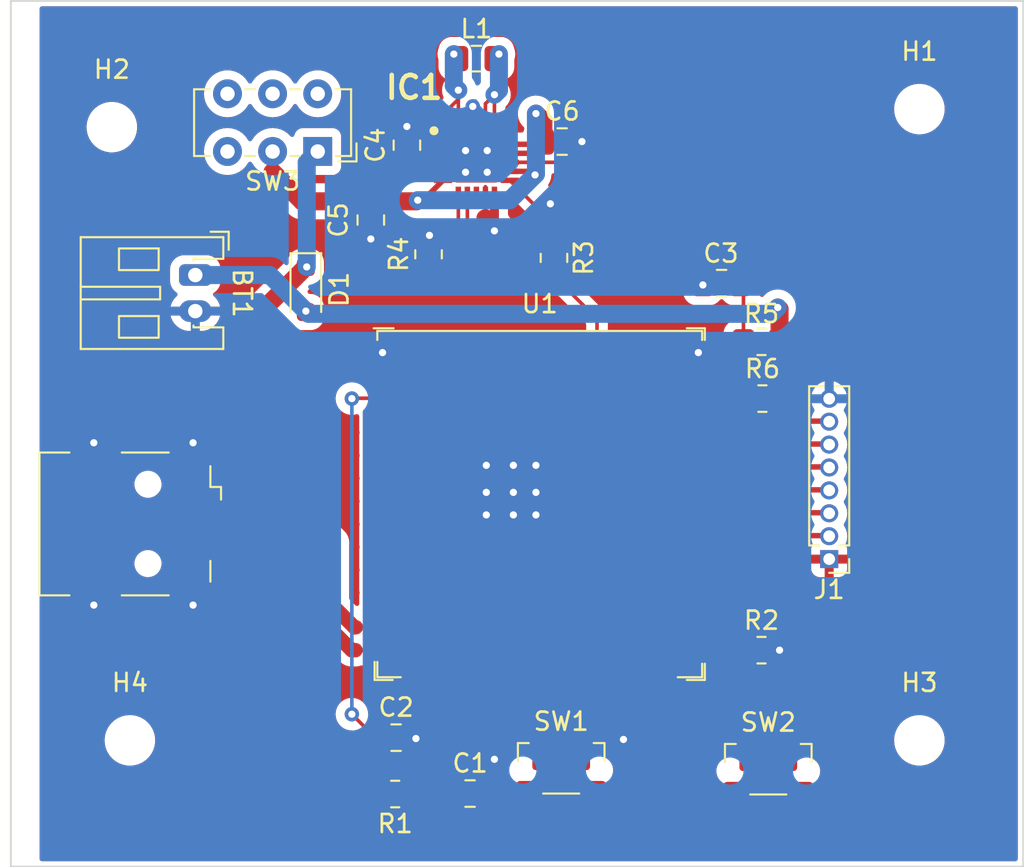
<source format=kicad_pcb>
(kicad_pcb (version 20221018) (generator pcbnew)
  (layers (0 "F.Cu" signal) (31 "B.Cu" signal) (34 "B.Paste" user) (35 "F.Paste" user) (36 "B.SilkS" user "B.Silkscreen") (37 "F.SilkS" user "F.Silkscreen") (38 "B.Mask" user) (39 "F.Mask" user) (44 "Edge.Cuts" user))
  (net 0 "")
  (net 1 "+BATT")
  (net 2 "+5V")
  (net 3 "+3.3V")
  (net 4 "/ESP_MCU/esp_en")
  (net 5 "/ESP_MCU/esp_boot")
  (net 30 "/ESP_MCU/V_SENSE")
  (net 32 "Net-(IC1-EN)")
  (net 33 "Net-(IC1-LX2_1)")
  (net 35 "/ESP_MCU/TCK")
  (net 36 "/ESP_MCU/TDO")
  (net 37 "/ESP_MCU/TDI")
  (net 38 "/ESP_MCU/TMS")
  (net 39 "/ESP_MCU/UART.TX")
  (net 40 "/ESP_MCU/UART.RX")
  (net 41 "/ESP_MCU/USB1.D-")
  (net 42 "/ESP_MCU/USB1.D+")
  (net 43 "Net-(IC1-LX1_1)")
  (net 44 "-BATT")
  (net 45 "/ESP_MCU/BAT_OK")
  (net 46 "Net-(IC1-DVS)")
  (footprint "Button_Switch_SMD:SW_Push_1P1T-MP_NO_Horizontal_Alps_SKRTLAE010" (layer "F.Cu") (at 96.9 100.65)
    (fp_text reference "SW1" (at 0 -2.7) (layer "F.SilkS"))
    (fp_text value "SW_EN")
    (fp_line (start -2.4 -1.5) (end -2.4 -0.5) (stroke (width 0.12)) (layer "F.SilkS"))
    (fp_line (start -1.8 -1.5) (end -2.4 -1.5) (stroke (width 0.12)) (layer "F.SilkS"))
    (fp_line (start -1 1.3) (end 1 1.3) (stroke (width 0.12)) (layer "F.SilkS"))
    (fp_line (start 1.8 -1.5) (end 2.4 -1.5) (stroke (width 0.12)) (layer "F.SilkS"))
    (fp_line (start 2.4 -1.5) (end 2.4 -0.5) (stroke (width 0.12)) (layer "F.SilkS"))
    (pad "" np_thru_hole circle (at -2.125 0) (size 0.9 0.9) (drill 0.9) (layers "F&B.Cu" "*.Mask") (clearance -10))
    (pad "" np_thru_hole circle (at 2.125 0) (size 0.9 0.9) (drill 0.9) (layers "F&B.Cu" "*.Mask"))
    (pad "1" smd roundrect (at -1.225 -0.9) (size 0.75 1.8) (layers "F.Cu" "F.Paste" "F.Mask") (net 44 "-BATT"))
    (pad "1" smd roundrect (at 1.225 -0.9) (size 0.75 1.8) (layers "F.Cu" "F.Paste" "F.Mask") (net 44 "-BATT"))
    (pad "2" smd roundrect (at 0 -0.9) (size 0.6 1.8) (layers "F.Cu" "F.Paste" "F.Mask") (net 3 "+3.3V"))
    (pad "MP" smd roundrect (at -1.85 1.05) (size 1.3 0.9) (layers "F.Cu" "F.Paste" "F.Mask"))
    (pad "MP" smd roundrect (at 1.85 1.05) (size 1.3 0.9) (layers "F.Cu" "F.Paste" "F.Mask"))
  )
  (footprint "Espressif:ESP32-S3-WROOM-1U" (layer "F.Cu") (at 95.71 85.75)
    (fp_text reference "U1" (at 0 -10.95) (layer "F.SilkS"))
    (fp_text value "ESP32-S3-WROOM-1U")
    (fp_line (start -9.2 -9.6) (end -8.1 -9.6) (stroke (width 0.12)) (layer "F.SilkS"))
    (fp_line (start -9.15 9.9) (end -9.15 8.9) (stroke (width 0.12)) (layer "F.SilkS"))
    (fp_line (start -9.15 9.9) (end -8.15 9.9) (stroke (width 0.12)) (layer "F.SilkS"))
    (fp_line (start -9 -9.45) (end -9 -8.95) (stroke (width 0.12)) (layer "F.SilkS"))
    (fp_line (start -9 8.9) (end -9 9.75) (stroke (width 0.12)) (layer "F.SilkS"))
    (fp_line (start -9 9.75) (end -7.7 9.75) (stroke (width 0.12)) (layer "F.SilkS"))
    (fp_line (start 9 -9.45) (end -9 -9.45) (stroke (width 0.12)) (layer "F.SilkS"))
    (fp_line (start 9 -9.45) (end 9 -8.95) (stroke (width 0.12)) (layer "F.SilkS"))
    (fp_line (start 9 9) (end 9 9.75) (stroke (width 0.12)) (layer "F.SilkS"))
    (fp_line (start 9 9.75) (end 7.65 9.75) (stroke (width 0.12)) (layer "F.SilkS"))
    (fp_line (start 9.15 -9.6) (end 8.15 -9.6) (stroke (width 0.12)) (layer "F.SilkS"))
    (fp_line (start 9.15 -8.95) (end 9.15 -9.6) (stroke (width 0.12)) (layer "F.SilkS"))
    (fp_line (start 9.15 9) (end 9.15 9.9) (stroke (width 0.12)) (layer "F.SilkS"))
    (fp_line (start 9.15 9.9) (end 8.15 9.9) (stroke (width 0.12)) (layer "F.SilkS"))
    (pad "1" smd rect (at -8.75 -8.26) (size 1.5 0.9) (layers "F.Cu" "F.Paste" "F.Mask") (net 44 "-BATT"))
    (pad "2" smd rect (at -8.75 -6.99) (size 1.5 0.9) (layers "F.Cu" "F.Paste" "F.Mask") (net 3 "+3.3V"))
    (pad "3" smd rect (at -8.75 -5.72) (size 1.5 0.9) (layers "F.Cu" "F.Paste" "F.Mask") (net 4 "/ESP_MCU/esp_en"))
    (pad "4" smd rect (at -8.75 -4.45) (size 1.5 0.9) (layers "F.Cu" "F.Paste" "F.Mask"))
    (pad "5" smd rect (at -8.75 -3.18) (size 1.5 0.9) (layers "F.Cu" "F.Paste" "F.Mask"))
    (pad "6" smd rect (at -8.75 -1.91) (size 1.5 0.9) (layers "F.Cu" "F.Paste" "F.Mask"))
    (pad "7" smd rect (at -8.75 -0.64) (size 1.5 0.9) (layers "F.Cu" "F.Paste" "F.Mask"))
    (pad "8" smd rect (at -8.75 0.63) (size 1.5 0.9) (layers "F.Cu" "F.Paste" "F.Mask"))
    (pad "9" smd rect (at -8.75 1.9) (size 1.5 0.9) (layers "F.Cu" "F.Paste" "F.Mask"))
    (pad "10" smd rect (at -8.75 3.17) (size 1.5 0.9) (layers "F.Cu" "F.Paste" "F.Mask"))
    (pad "11" smd rect (at -8.75 4.44) (size 1.5 0.9) (layers "F.Cu" "F.Paste" "F.Mask"))
    (pad "12" smd rect (at -8.75 5.71) (size 1.5 0.9) (layers "F.Cu" "F.Paste" "F.Mask"))
    (pad "13" smd rect (at -8.75 6.98) (size 1.5 0.9) (layers "F.Cu" "F.Paste" "F.Mask") (net 41 "/ESP_MCU/USB1.D-"))
    (pad "14" smd rect (at -8.75 8.25) (size 1.5 0.9) (layers "F.Cu" "F.Paste" "F.Mask") (net 42 "/ESP_MCU/USB1.D+"))
    (pad "15" smd rect (at -6.985 9.5 90) (size 1.5 0.9) (layers "F.Cu" "F.Paste" "F.Mask"))
    (pad "16" smd rect (at -5.715 9.5 90) (size 1.5 0.9) (layers "F.Cu" "F.Paste" "F.Mask"))
    (pad "17" smd rect (at -4.445 9.5 90) (size 1.5 0.9) (layers "F.Cu" "F.Paste" "F.Mask"))
    (pad "18" smd rect (at -3.175 9.5 90) (size 1.5 0.9) (layers "F.Cu" "F.Paste" "F.Mask"))
    (pad "19" smd rect (at -1.905 9.5 90) (size 1.5 0.9) (layers "F.Cu" "F.Paste" "F.Mask"))
    (pad "20" smd rect (at -0.635 9.5 90) (size 1.5 0.9) (layers "F.Cu" "F.Paste" "F.Mask"))
    (pad "21" smd rect (at 0.635 9.5 90) (size 1.5 0.9) (layers "F.Cu" "F.Paste" "F.Mask"))
    (pad "22" smd rect (at 1.905 9.5 90) (size 1.5 0.9) (layers "F.Cu" "F.Paste" "F.Mask"))
    (pad "23" smd rect (at 3.175 9.5 90) (size 1.5 0.9) (layers "F.Cu" "F.Paste" "F.Mask") (net 45 "/ESP_MCU/BAT_OK"))
    (pad "24" smd rect (at 4.445 9.5 90) (size 1.5 0.9) (layers "F.Cu" "F.Paste" "F.Mask"))
    (pad "25" smd rect (at 5.715 9.5 90) (size 1.5 0.9) (layers "F.Cu" "F.Paste" "F.Mask"))
    (pad "26" smd rect (at 6.985 9.5 90) (size 1.5 0.9) (layers "F.Cu" "F.Paste" "F.Mask"))
    (pad "27" smd rect (at 8.75 8.25 180) (size 1.5 0.9) (layers "F.Cu" "F.Paste" "F.Mask") (net 5 "/ESP_MCU/esp_boot"))
    (pad "28" smd rect (at 8.75 6.98 180) (size 1.5 0.9) (layers "F.Cu" "F.Paste" "F.Mask"))
    (pad "29" smd rect (at 8.75 5.71 180) (size 1.5 0.9) (layers "F.Cu" "F.Paste" "F.Mask"))
    (pad "30" smd rect (at 8.75 4.44 180) (size 1.5 0.9) (layers "F.Cu" "F.Paste" "F.Mask"))
    (pad "31" smd rect (at 8.75 3.17 180) (size 1.5 0.9) (layers "F.Cu" "F.Paste" "F.Mask"))
    (pad "32" smd rect (at 8.75 1.9 180) (size 1.5 0.9) (layers "F.Cu" "F.Paste" "F.Mask") (net 35 "/ESP_MCU/TCK"))
    (pad "33" smd rect (at 8.75 0.63 180) (size 1.5 0.9) (layers "F.Cu" "F.Paste" "F.Mask") (net 36 "/ESP_MCU/TDO"))
    (pad "34" smd rect (at 8.75 -0.64 180) (size 1.5 0.9) (layers "F.Cu" "F.Paste" "F.Mask") (net 37 "/ESP_MCU/TDI"))
    (pad "35" smd rect (at 8.75 -1.91 180) (size 1.5 0.9) (layers "F.Cu" "F.Paste" "F.Mask") (net 38 "/ESP_MCU/TMS"))
    (pad "36" smd rect (at 8.75 -3.18 180) (size 1.5 0.9) (layers "F.Cu" "F.Paste" "F.Mask") (net 40 "/ESP_MCU/UART.RX"))
    (pad "37" smd rect (at 8.75 -4.45 180) (size 1.5 0.9) (layers "F.Cu" "F.Paste" "F.Mask") (net 39 "/ESP_MCU/UART.TX"))
    (pad "38" smd rect (at 8.75 -5.72 180) (size 1.5 0.9) (layers "F.Cu" "F.Paste" "F.Mask") (net 30 "/ESP_MCU/V_SENSE"))
    (pad "39" smd rect (at 8.75 -6.99 180) (size 1.5 0.9) (layers "F.Cu" "F.Paste" "F.Mask"))
    (pad "40" smd rect (at 8.75 -8.26 180) (size 1.5 0.9) (layers "F.Cu" "F.Paste" "F.Mask") (net 44 "-BATT"))
    (pad "41" smd rect (at -2.9 -1.94 180) (size 0.9 0.9) (layers "F.Cu" "F.Paste" "F.Mask") (net 44 "-BATT"))
    (pad "41" smd rect (at -2.9 -0.54 180) (size 0.9 0.9) (layers "F.Cu" "F.Paste" "F.Mask") (net 44 "-BATT"))
    (pad "41" smd rect (at -2.9 0.86 180) (size 0.9 0.9) (layers "F.Cu" "F.Paste" "F.Mask") (net 44 "-BATT"))
    (pad "41" smd rect (at -1.5 -1.94 180) (size 0.9 0.9) (layers "F.Cu" "F.Paste" "F.Mask") (net 44 "-BATT"))
    (pad "41" smd rect (at -1.5 -0.54 180) (size 0.9 0.9) (layers "F.Cu" "F.Paste" "F.Mask") (net 44 "-BATT"))
    (pad "41" smd rect (at -1.5 0.86 180) (size 0.9 0.9) (layers "F.Cu" "F.Paste" "F.Mask") (net 44 "-BATT"))
    (pad "41" smd rect (at -0.1 -1.94 180) (size 0.9 0.9) (layers "F.Cu" "F.Paste" "F.Mask") (net 44 "-BATT"))
    (pad "41" smd rect (at -0.1 -0.54 180) (size 0.9 0.9) (layers "F.Cu" "F.Paste" "F.Mask") (net 44 "-BATT"))
    (pad "41" smd rect (at -0.1 0.86 180) (size 0.9 0.9) (layers "F.Cu" "F.Paste" "F.Mask") (net 44 "-BATT"))
  )
  (footprint "Resistor_SMD:R_0805_2012Metric_Pad1.20x1.40mm_HandSolder" (layer "F.Cu") (at 108 76.9 180)
    (fp_text reference "R5" (at 0 1.55) (layer "F.SilkS"))
    (fp_text value "200k")
    (fp_line (start -0.227064 -0.735) (end 0.227064 -0.735) (stroke (width 0.12)) (layer "F.SilkS"))
    (fp_line (start -0.227064 0.735) (end 0.227064 0.735) (stroke (width 0.12)) (layer "F.SilkS"))
    (pad "1" smd roundrect (at -1 0 180) (size 1.2 1.4) (layers "F.Cu" "F.Paste" "F.Mask") (roundrect_rratio 0.208333) (net 1 "+BATT"))
    (pad "2" smd roundrect (at 1 0 180) (size 1.2 1.4) (layers "F.Cu" "F.Paste" "F.Mask") (roundrect_rratio 0.208333) (net 30 "/ESP_MCU/V_SENSE"))
  )
  (footprint "Connector_TE-Connectivity:TE_440055-2_1x02_P2.00mm_Horizontal" (layer "F.Cu") (at 76.625 73.2 -90)
    (fp_text reference "BT1" (at 1 -2.6 -90 unlocked) (layer "F.SilkS"))
    (fp_text value "Battery")
    (fp_line (start -2.4 -1.85) (end -2.4 -0.85) (stroke (width 0.12)) (layer "F.SilkS"))
    (fp_line (start -2.4 -1.85) (end -1.4 -1.85) (stroke (width 0.12)) (layer "F.SilkS"))
    (fp_line (start -2.1 -1.55) (end -2.1 6.35) (stroke (width 0.12)) (layer "F.SilkS"))
    (fp_line (start -2.1 6.35) (end 4.1 6.35) (stroke (width 0.12)) (layer "F.SilkS"))
    (fp_line (start -0.9 -1.55) (end -2.1 -1.55) (stroke (width 0.12)) (layer "F.SilkS"))
    (fp_line (start -0.9 0.1) (end -0.9 -1.55) (stroke (width 0.12)) (layer "F.SilkS"))
    (fp_line (start -0.8 0.1) (end -0.9 0.1) (stroke (width 0.12)) (layer "F.SilkS"))
    (fp_line (start 0.65 1.95) (end 0.65 6.35) (stroke (width 0.12)) (layer "F.SilkS"))
    (fp_line (start 0.65 1.95) (end 1.35 1.95) (stroke (width 0.12)) (layer "F.SilkS"))
    (fp_line (start 1.35 1.95) (end 1.35 6.35) (stroke (width 0.12)) (layer "F.SilkS"))
    (fp_line (start 2.9 -1.55) (end 2.9 0.1) (stroke (width 0.12)) (layer "F.SilkS"))
    (fp_line (start 2.9 0.1) (end 2.8 0.1) (stroke (width 0.12)) (layer "F.SilkS"))
    (fp_line (start 4.1 -1.55) (end 2.9 -1.55) (stroke (width 0.12)) (layer "F.SilkS"))
    (fp_line (start 4.1 6.35) (end 4.1 -1.55) (stroke (width 0.12)) (layer "F.SilkS"))
    (fp_rect (start -1.475 2.03) (end -0.275 4.23) (stroke (width 0.12)) (fill none) (layer "F.SilkS"))
    (fp_rect (start 2.275 2.03) (end 3.475 4.23) (stroke (width 0.12)) (fill none) (layer "F.SilkS"))
    (pad "1" thru_hole roundrect (at 0 0 270) (size 1.2 1.8) (drill 0.8) (layers "*.Cu" "*.Mask") (net 1 "+BATT"))
    (pad "2" thru_hole oval (at 2 0 270) (size 1.2 1.8) (drill 0.8) (layers "*.Cu" "*.Mask") (net 44 "-BATT"))
  )
  (footprint "MountingHole:MountingHole_2.2mm_M2" (layer "F.Cu") (at 72 65)
    (fp_text reference "H2" (at 0 -3.2) (layer "F.SilkS"))
    (fp_text value "MountingHole")
    (pad "" np_thru_hole circle (at 0 0) (size 2.2 2.2) (drill 2.2) (layers "*.Cu" "*.Mask"))
  )
  (footprint "MountingHole:MountingHole_2.2mm_M2" (layer "F.Cu") (at 116.75 64)
    (fp_text reference "H1" (at 0 -3.2) (layer "F.SilkS"))
    (fp_text value "MountingHole")
    (pad "" np_thru_hole circle (at 0 0) (size 2.2 2.2) (drill 2.2) (layers "*.Cu" "*.Mask"))
  )
  (footprint "Resistor_SMD:R_0805_2012Metric_Pad1.20x1.40mm_HandSolder" (layer "F.Cu") (at 108 94)
    (fp_text reference "R2" (at 0 -1.65) (layer "F.SilkS"))
    (fp_text value "10k")
    (fp_line (start -0.227064 -0.735) (end 0.227064 -0.735) (stroke (width 0.12)) (layer "F.SilkS"))
    (fp_line (start -0.227064 0.735) (end 0.227064 0.735) (stroke (width 0.12)) (layer "F.SilkS"))
    (pad "1" smd roundrect (at -1 0) (size 1.2 1.4) (layers "F.Cu" "F.Paste" "F.Mask") (roundrect_rratio 0.2083333333) (net 5 "/ESP_MCU/esp_boot"))
    (pad "2" smd roundrect (at 1 0) (size 1.2 1.4) (layers "F.Cu" "F.Paste" "F.Mask") (roundrect_rratio 0.2083333333) (net 44 "-BATT"))
  )
  (footprint "Connector_PinHeader_1.27mm:PinHeader_1x08_P1.27mm_Vertical" (layer "F.Cu") (at 111.75 88.95 180)
    (fp_text reference "J1" (at 0 -1.695) (layer "F.SilkS"))
    (fp_text value "Conn_01x08")
    (fp_line (start -1.11 -0.76) (end 0 -0.76) (stroke (width 0.12)) (layer "F.SilkS"))
    (fp_line (start -1.11 0) (end -1.11 -0.76) (stroke (width 0.12)) (layer "F.SilkS"))
    (fp_line (start -1.11 0.76) (end -1.11 9.585) (stroke (width 0.12)) (layer "F.SilkS"))
    (fp_line (start -1.11 0.76) (end -0.563471 0.76) (stroke (width 0.12)) (layer "F.SilkS"))
    (fp_line (start -1.11 9.585) (end -0.30753 9.585) (stroke (width 0.12)) (layer "F.SilkS"))
    (fp_line (start 0.30753 9.585) (end 1.11 9.585) (stroke (width 0.12)) (layer "F.SilkS"))
    (fp_line (start 0.563471 0.76) (end 1.11 0.76) (stroke (width 0.12)) (layer "F.SilkS"))
    (fp_line (start 1.11 0.76) (end 1.11 9.585) (stroke (width 0.12)) (layer "F.SilkS"))
    (pad "1" thru_hole rect (at 0 0 180) (size 1 1) (drill 0.65) (layers "*.Cu" "*.Mask") (net 3 "+3.3V"))
    (pad "2" thru_hole oval (at 0 1.27 180) (size 1 1) (drill 0.65) (layers "*.Cu" "*.Mask") (net 35 "/ESP_MCU/TCK"))
    (pad "3" thru_hole oval (at 0 2.54 180) (size 1 1) (drill 0.65) (layers "*.Cu" "*.Mask") (net 36 "/ESP_MCU/TDO"))
    (pad "4" thru_hole oval (at 0 3.81 180) (size 1 1) (drill 0.65) (layers "*.Cu" "*.Mask") (net 37 "/ESP_MCU/TDI"))
    (pad "5" thru_hole oval (at 0 5.08 180) (size 1 1) (drill 0.65) (layers "*.Cu" "*.Mask") (net 38 "/ESP_MCU/TMS"))
    (pad "6" thru_hole oval (at 0 6.35 180) (size 1 1) (drill 0.65) (layers "*.Cu" "*.Mask") (net 40 "/ESP_MCU/UART.RX"))
    (pad "7" thru_hole oval (at 0 7.62 180) (size 1 1) (drill 0.65) (layers "*.Cu" "*.Mask") (net 39 "/ESP_MCU/UART.TX"))
    (pad "8" thru_hole oval (at 0 8.89 180) (size 1 1) (drill 0.65) (layers "*.Cu" "*.Mask") (net 44 "-BATT"))
  )
  (footprint "Inductor_SMD:L_0805_2012Metric_Pad1.15x1.40mm_HandSolder" (layer "F.Cu") (at 92.2 61.2)
    (fp_text reference "L1" (at 0 -1.65) (layer "F.SilkS"))
    (fp_text value "1u")
    (fp_line (start -0.261252 -0.71) (end 0.261252 -0.71) (stroke (width 0.12)) (layer "F.SilkS"))
    (fp_line (start -0.261252 0.71) (end 0.261252 0.71) (stroke (width 0.12)) (layer "F.SilkS"))
    (pad "1" smd roundrect (at -1.025 0) (size 1.15 1.4) (layers "F.Cu" "F.Paste" "F.Mask") (roundrect_rratio 0.217391) (net 33 "Net-(IC1-LX2_1)"))
    (pad "2" smd roundrect (at 1.025 0) (size 1.15 1.4) (layers "F.Cu" "F.Paste" "F.Mask") (roundrect_rratio 0.217391) (net 43 "Net-(IC1-LX1_1)"))
  )
  (footprint "Resistor_SMD:R_0805_2012Metric_Pad1.20x1.40mm_HandSolder" (layer "F.Cu") (at 87.7 101.975 180)
    (fp_text reference "R1" (at 0 -1.65) (layer "F.SilkS"))
    (fp_text value "10k")
    (fp_line (start -0.227064 -0.735) (end 0.227064 -0.735) (stroke (width 0.12)) (layer "F.SilkS"))
    (fp_line (start -0.227064 0.735) (end 0.227064 0.735) (stroke (width 0.12)) (layer "F.SilkS"))
    (pad "1" smd roundrect (at -1 0 180) (size 1.2 1.4) (layers "F.Cu" "F.Paste" "F.Mask") (roundrect_rratio 0.2083333333) (net 3 "+3.3V"))
    (pad "2" smd roundrect (at 1 0 180) (size 1.2 1.4) (layers "F.Cu" "F.Paste" "F.Mask") (roundrect_rratio 0.2083333333) (net 4 "/ESP_MCU/esp_en"))
  )
  (footprint "Resistor_SMD:R_0805_2012Metric_Pad1.20x1.40mm_HandSolder" (layer "F.Cu") (at 89.55 72.05 90)
    (fp_text reference "R4" (at 0 -1.65 90) (layer "F.SilkS"))
    (fp_text value "100k")
    (fp_line (start -0.227064 -0.735) (end 0.227064 -0.735) (stroke (width 0.12)) (layer "F.SilkS"))
    (fp_line (start -0.227064 0.735) (end 0.227064 0.735) (stroke (width 0.12)) (layer "F.SilkS"))
    (pad "1" smd roundrect (at -1 0 90) (size 1.2 1.4) (layers "F.Cu" "F.Paste" "F.Mask") (roundrect_rratio 0.208333) (net 46 "Net-(IC1-DVS)"))
    (pad "2" smd roundrect (at 1 0 90) (size 1.2 1.4) (layers "F.Cu" "F.Paste" "F.Mask") (roundrect_rratio 0.208333) (net 44 "-BATT"))
  )
  (footprint "MAX77827BEWC:QFN50P400X400X80-21N" (layer "F.Cu") (at 92.2 66.95)
    (fp_text reference "IC1" (at -3.45 -4.15) (layer "F.SilkS") (effects (font (size 1.27 1.27) (thickness 0.254))))
    (fp_text value "MAX77801ETP+" hide)
    (fp_circle (center -2.35 -1.75) (end -2.35 -1.625) (stroke (width 0.25)) (fill none) (layer "F.SilkS"))
    (pad "1" smd rect (at -1.85 -1 90) (size 0.3 1) (layers "F.Cu" "F.Paste" "F.Mask") (net 33 "Net-(IC1-LX2_1)"))
    (pad "2" smd rect (at -1.85 -0.5 90) (size 0.3 1) (layers "F.Cu" "F.Paste" "F.Mask") (net 3 "+3.3V"))
    (pad "3" smd rect (at -1.85 0 90) (size 0.3 1) (layers "F.Cu" "F.Paste" "F.Mask") (net 3 "+3.3V"))
    (pad "4" smd rect (at -1.85 0.5 90) (size 0.3 1) (layers "F.Cu" "F.Paste" "F.Mask") (net 3 "+3.3V"))
    (pad "5" smd rect (at -1.85 1 90) (size 0.3 1) (layers "F.Cu" "F.Paste" "F.Mask") (net 32 "Net-(IC1-EN)"))
    (pad "6" smd rect (at -1 1.85) (size 0.3 1) (layers "F.Cu" "F.Paste" "F.Mask") (net 46 "Net-(IC1-DVS)"))
    (pad "7" smd rect (at -0.5 1.85) (size 0.3 1) (layers "F.Cu" "F.Paste" "F.Mask") (net 45 "/ESP_MCU/BAT_OK"))
    (pad "8" smd rect (at 0 1.85) (size 0.3 1) (layers "F.Cu" "F.Paste" "F.Mask") (net 44 "-BATT"))
    (pad "9" smd rect (at 0.5 1.85) (size 0.3 1) (layers "F.Cu" "F.Paste" "F.Mask") (net 44 "-BATT"))
    (pad "10" smd rect (at 1 1.85) (size 0.3 1) (layers "F.Cu" "F.Paste" "F.Mask") (net 44 "-BATT"))
    (pad "11" smd rect (at 1.85 1 90) (size 0.3 1) (layers "F.Cu" "F.Paste" "F.Mask") (net 44 "-BATT"))
    (pad "12" smd rect (at 1.85 0.5 90) (size 0.3 1) (layers "F.Cu" "F.Paste" "F.Mask") (net 32 "Net-(IC1-EN)"))
    (pad "13" smd rect (at 1.85 0 90) (size 0.3 1) (layers "F.Cu" "F.Paste" "F.Mask") (net 44 "-BATT"))
    (pad "14" smd rect (at 1.85 -0.5 90) (size 0.3 1) (layers "F.Cu" "F.Paste" "F.Mask") (net 32 "Net-(IC1-EN)"))
    (pad "15" smd rect (at 1.85 -1 90) (size 0.3 1) (layers "F.Cu" "F.Paste" "F.Mask") (net 32 "Net-(IC1-EN)"))
    (pad "16" smd rect (at 1 -1.85) (size 0.3 1) (layers "F.Cu" "F.Paste" "F.Mask") (net 43 "Net-(IC1-LX1_1)"))
    (pad "17" smd rect (at 0.5 -1.85) (size 0.3 1) (layers "F.Cu" "F.Paste" "F.Mask") (net 43 "Net-(IC1-LX1_1)"))
    (pad "18" smd rect (at 0 -1.85) (size 0.3 1) (layers "F.Cu" "F.Paste" "F.Mask") (net 44 "-BATT"))
    (pad "19" smd rect (at -0.5 -1.85) (size 0.3 1) (layers "F.Cu" "F.Paste" "F.Mask") (net 44 "-BATT"))
    (pad "20" smd rect (at -1 -1.85) (size 0.3 1) (layers "F.Cu" "F.Paste" "F.Mask") (net 33 "Net-(IC1-LX2_1)"))
    (pad "21" smd rect (at 0 0) (size 2.25 2.25) (layers "F.Cu" "F.Paste" "F.Mask") (net 44 "-BATT"))
  )
  (footprint "Capacitor_SMD:C_0805_2012Metric_Pad1.18x1.45mm_HandSolder" (layer "F.Cu") (at 105.7875 73.65 180)
    (fp_text reference "C3" (at 0.0375 1.65) (layer "F.SilkS"))
    (fp_text value "0.1u")
    (fp_line (start -0.261252 -0.735) (end 0.261252 -0.735) (stroke (width 0.12)) (layer "F.SilkS"))
    (fp_line (start -0.261252 0.735) (end 0.261252 0.735) (stroke (width 0.12)) (layer "F.SilkS"))
    (pad "1" smd roundrect (at -1.0375 0 180) (size 1.175 1.45) (layers "F.Cu" "F.Paste" "F.Mask") (roundrect_rratio 0.2127659574) (net 30 "/ESP_MCU/V_SENSE"))
    (pad "2" smd roundrect (at 1.0375 0 180) (size 1.175 1.45) (layers "F.Cu" "F.Paste" "F.Mask") (roundrect_rratio 0.2127659574) (net 44 "-BATT"))
  )
  (footprint "Button_Switch_THT:SW_E-Switch_EG1271_SPDT" (layer "F.Cu") (at 83.4075 66.35 180)
    (fp_text reference "SW3" (at 2.5 -1.65) (layer "F.SilkS"))
    (fp_text value "SW_BAT_ON")
    (fp_line (start -2.15 -0.55) (end -1.15 -0.55) (stroke (width 0.12)) (layer "F.SilkS"))
    (fp_line (start -2.15 0.45) (end -2.15 -0.55) (stroke (width 0.12)) (layer "F.SilkS"))
    (fp_line (start -1.85 -0.25) (end -1 -0.25) (stroke (width 0.12)) (layer "F.SilkS"))
    (fp_line (start -1.85 3.45) (end -1.85 -0.25) (stroke (width 0.12)) (layer "F.SilkS"))
    (fp_line (start -0.97 3.45) (end -1.85 3.45) (stroke (width 0.12)) (layer "F.SilkS"))
    (fp_line (start 1 -0.25) (end 1.53 -0.25) (stroke (width 0.12)) (layer "F.SilkS"))
    (fp_line (start 1.53 3.45) (end 0.97 3.45) (stroke (width 0.12)) (layer "F.SilkS"))
    (fp_line (start 3.47 -0.25) (end 4.03 -0.25) (stroke (width 0.12)) (layer "F.SilkS"))
    (fp_line (start 4.02 3.45) (end 3.47 3.45) (stroke (width 0.12)) (layer "F.SilkS"))
    (fp_line (start 5.97 -0.25) (end 6.85 -0.25) (stroke (width 0.12)) (layer "F.SilkS"))
    (fp_line (start 6.85 -0.25) (end 6.85 3.45) (stroke (width 0.12)) (layer "F.SilkS"))
    (fp_line (start 6.85 3.45) (end 5.98 3.45) (stroke (width 0.12)) (layer "F.SilkS"))
    (pad "1" thru_hole rect (at 0 0 180) (size 1.6 1.6) (drill 0.8) (layers "*.Cu" "*.Mask") (net 2 "+5V"))
    (pad "2" thru_hole circle (at 2.5 0 180) (size 1.6 1.6) (drill 0.8) (layers "*.Cu" "*.Mask") (net 32 "Net-(IC1-EN)"))
    (pad "3" thru_hole circle (at 5 0 180) (size 1.6 1.6) (drill 0.8) (layers "*.Cu" "*.Mask"))
    (pad "4" thru_hole circle (at 0 3.2 180) (size 1.6 1.6) (drill 0.8) (layers "*.Cu" "*.Mask"))
    (pad "5" thru_hole circle (at 2.5 3.2 180) (size 1.6 1.6) (drill 0.8) (layers "*.Cu" "*.Mask"))
    (pad "6" thru_hole circle (at 5 3.2 180) (size 1.6 1.6) (drill 0.8) (layers "*.Cu" "*.Mask"))
  )
  (footprint "Capacitor_SMD:C_0805_2012Metric_Pad1.18x1.45mm_HandSolder" (layer "F.Cu") (at 86.35 70.15 -90)
    (fp_text reference "C5" (at 0 1.8 90) (layer "F.SilkS"))
    (fp_text value "1u")
    (fp_line (start -0.261252 -0.735) (end 0.261252 -0.735) (stroke (width 0.12)) (layer "F.SilkS"))
    (fp_line (start -0.261252 0.735) (end 0.261252 0.735) (stroke (width 0.12)) (layer "F.SilkS"))
    (pad "1" smd roundrect (at -1.0375 0 270) (size 1.175 1.45) (layers "F.Cu" "F.Paste" "F.Mask") (roundrect_rratio 0.2127659574) (net 32 "Net-(IC1-EN)"))
    (pad "2" smd roundrect (at 1.0375 0 270) (size 1.175 1.45) (layers "F.Cu" "F.Paste" "F.Mask") (roundrect_rratio 0.2127659574) (net 44 "-BATT"))
  )
  (footprint "Capacitor_SMD:C_0805_2012Metric_Pad1.18x1.45mm_HandSolder" (layer "F.Cu") (at 96.95 65.8)
    (fp_text reference "C6" (at 0 -1.68) (layer "F.SilkS"))
    (fp_text value "10u")
    (fp_line (start -0.261252 -0.735) (end 0.261252 -0.735) (stroke (width 0.12)) (layer "F.SilkS"))
    (fp_line (start -0.261252 0.735) (end 0.261252 0.735) (stroke (width 0.12)) (layer "F.SilkS"))
    (pad "1" smd roundrect (at -1.0375 0) (size 1.175 1.45) (layers "F.Cu" "F.Paste" "F.Mask") (roundrect_rratio 0.212766) (net 32 "Net-(IC1-EN)"))
    (pad "2" smd roundrect (at 1.0375 0) (size 1.175 1.45) (layers "F.Cu" "F.Paste" "F.Mask") (roundrect_rratio 0.212766) (net 44 "-BATT"))
  )
  (footprint "Resistor_SMD:R_0805_2012Metric_Pad1.20x1.40mm_HandSolder" (layer "F.Cu") (at 108.05 80.05)
    (fp_text reference "R6" (at 0 -1.65) (layer "F.SilkS"))
    (fp_text value "100k")
    (fp_line (start -0.227064 -0.735) (end 0.227064 -0.735) (stroke (width 0.12)) (layer "F.SilkS"))
    (fp_line (start -0.227064 0.735) (end 0.227064 0.735) (stroke (width 0.12)) (layer "F.SilkS"))
    (pad "1" smd roundrect (at -1 0) (size 1.2 1.4) (layers "F.Cu" "F.Paste" "F.Mask") (roundrect_rratio 0.208333) (net 30 "/ESP_MCU/V_SENSE"))
    (pad "2" smd roundrect (at 1 0) (size 1.2 1.4) (layers "F.Cu" "F.Paste" "F.Mask") (roundrect_rratio 0.208333) (net 44 "-BATT"))
  )
  (footprint "Capacitor_SMD:C_0805_2012Metric_Pad1.18x1.45mm_HandSolder" (layer "F.Cu") (at 87.75 98.85)
    (fp_text reference "C2" (at 0 -1.68) (layer "F.SilkS"))
    (fp_text value "4,7")
    (fp_line (start -0.261252 -0.735) (end 0.261252 -0.735) (stroke (width 0.12)) (layer "F.SilkS"))
    (fp_line (start -0.261252 0.735) (end 0.261252 0.735) (stroke (width 0.12)) (layer "F.SilkS"))
    (pad "1" smd roundrect (at -1.0375 0) (size 1.175 1.45) (layers "F.Cu" "F.Paste" "F.Mask") (roundrect_rratio 0.2127659574) (net 4 "/ESP_MCU/esp_en"))
    (pad "2" smd roundrect (at 1.0375 0) (size 1.175 1.45) (layers "F.Cu" "F.Paste" "F.Mask") (roundrect_rratio 0.2127659574) (net 44 "-BATT"))
  )
  (footprint "Connector_USB:USB_Mini-B_Wuerth_65100516121_Horizontal" (layer "F.Cu") (at 74 87 -90)
    (fp_text reference "J2" hide)
    (fp_text value "USB_B_Mini")
    (fp_line (start -3.96 1.45) (end -3.96 -1.15) (stroke (width 0.12)) (layer "F.SilkS"))
    (fp_line (start -3.96 4.35) (end -3.96 6.01) (stroke (width 0.12)) (layer "F.SilkS"))
    (fp_line (start -3.96 6.01) (end 3.96 6.01) (stroke (width 0.12)) (layer "F.SilkS"))
    (fp_line (start -3.2 -3.46) (end -2.05 -3.46) (stroke (width 0.12)) (layer "F.SilkS"))
    (fp_line (start -2.05 -4.05) (end -1.35 -4.05) (stroke (width 0.12)) (layer "F.SilkS"))
    (fp_line (start -2.05 -3.46) (end -2.05 -4.05) (stroke (width 0.12)) (layer "F.SilkS"))
    (fp_line (start 2.05 -3.46) (end 3.2 -3.46) (stroke (width 0.12)) (layer "F.SilkS"))
    (fp_line (start 3.96 -1.15) (end 3.96 1.45) (stroke (width 0.12)) (layer "F.SilkS"))
    (fp_line (start 3.96 6.01) (end 3.96 4.35) (stroke (width 0.12)) (layer "F.SilkS"))
    (pad "" np_thru_hole circle (at -2.2 0 270) (size 0.9 0.9) (drill 0.9) (layers "*.Cu" "*.Mask"))
    (pad "" np_thru_hole circle (at 2.2 0 270) (size 0.9 0.9) (drill 0.9) (layers "*.Cu" "*.Mask"))
    (pad "1" smd rect (at -1.6 -2.6 270) (size 0.5 2.5) (layers "F.Cu" "F.Paste" "F.Mask") (net 2 "+5V"))
    (pad "2" smd rect (at -0.8 -2.6 270) (size 0.5 2.5) (layers "F.Cu" "F.Paste" "F.Mask") (net 41 "/ESP_MCU/USB1.D-"))
    (pad "3" smd rect (at 0 -2.6 270) (size 0.5 2.5) (layers "F.Cu" "F.Paste" "F.Mask") (net 42 "/ESP_MCU/USB1.D+"))
    (pad "4" smd rect (at 0.8 -2.6 270) (size 0.5 2.5) (layers "F.Cu" "F.Paste" "F.Mask"))
    (pad "5" smd rect (at 1.6 -2.6 270) (size 0.5 2.5) (layers "F.Cu" "F.Paste" "F.Mask") (net 44 "-BATT"))
    (pad "6" smd rect (at -4.4 -2.6 270) (size 2 2.5) (layers "F.Cu" "F.Paste" "F.Mask") (net 44 "-BATT"))
    (pad "6" smd rect (at -4.4 2.9 270) (size 2 2.5) (layers "F.Cu" "F.Paste" "F.Mask") (net 44 "-BATT"))
    (pad "6" smd rect (at 4.4 -2.6 270) (size 2 2.5) (layers "F.Cu" "F.Paste" "F.Mask") (net 44 "-BATT"))
    (pad "6" smd rect (at 4.4 2.9 270) (size 2 2.5) (layers "F.Cu" "F.Paste" "F.Mask") (net 44 "-BATT"))
  )
  (footprint "Diode_SMD:D_SOD-323_HandSoldering" (layer "F.Cu") (at 82.75 74 -90)
    (fp_text reference "D1" (at 0 -1.85 90) (layer "F.SilkS"))
    (fp_text value "D")
    (fp_line (start -2.01 -0.85) (end -2.01 0.85) (stroke (width 0.12)) (layer "F.SilkS"))
    (fp_line (start -2.01 -0.85) (end 1.25 -0.85) (stroke (width 0.12)) (layer "F.SilkS"))
    (fp_line (start -2.01 0.85) (end 1.25 0.85) (stroke (width 0.12)) (layer "F.SilkS"))
    (pad "1" smd roundrect (at -1.25 0 270) (size 1 1) (layers "F.Cu" "F.Paste" "F.Mask") (net 2 "+5V"))
    (pad "2" smd roundrect (at 1.25 0 270) (size 1 1) (layers "F.Cu" "F.Paste" "F.Mask") (net 1 "+BATT"))
  )
  (footprint "Resistor_SMD:R_0805_2012Metric_Pad1.20x1.40mm_HandSolder" (layer "F.Cu") (at 96.5 72.25 -90)
    (fp_text reference "R3" (at 0 -1.65 90) (layer "F.SilkS"))
    (fp_text value "100k")
    (fp_line (start -0.227064 -0.735) (end 0.227064 -0.735) (stroke (width 0.12)) (layer "F.SilkS"))
    (fp_line (start -0.227064 0.735) (end 0.227064 0.735) (stroke (width 0.12)) (layer "F.SilkS"))
    (pad "1" smd roundrect (at -1 0 270) (size 1.2 1.4) (layers "F.Cu" "F.Paste" "F.Mask") (roundrect_rratio 0.208333) (net 3 "+3.3V"))
    (pad "2" smd roundrect (at 1 0 270) (size 1.2 1.4) (layers "F.Cu" "F.Paste" "F.Mask") (roundrect_rratio 0.208333) (net 45 "/ESP_MCU/BAT_OK"))
  )
  (footprint "Button_Switch_SMD:SW_Push_1P1T-MP_NO_Horizontal_Alps_SKRTLAE010" (layer "F.Cu") (at 108.375 100.7)
    (fp_text reference "SW2" (at 0 -2.7) (layer "F.SilkS"))
    (fp_text value "SW_BOOT")
    (fp_line (start -2.4 -1.5) (end -2.4 -0.5) (stroke (width 0.12)) (layer "F.SilkS"))
    (fp_line (start -1.8 -1.5) (end -2.4 -1.5) (stroke (width 0.12)) (layer "F.SilkS"))
    (fp_line (start -1 1.3) (end 1 1.3) (stroke (width 0.12)) (layer "F.SilkS"))
    (fp_line (start 1.8 -1.5) (end 2.4 -1.5) (stroke (width 0.12)) (layer "F.SilkS"))
    (fp_line (start 2.4 -1.5) (end 2.4 -0.5) (stroke (width 0.12)) (layer "F.SilkS"))
    (pad "" np_thru_hole circle (at -2.125 0) (size 0.9 0.9) (drill 0.9) (layers "*.Cu" "*.Mask"))
    (pad "" np_thru_hole circle (at 2.125 0) (size 0.9 0.9) (drill 0.9) (layers "*.Cu" "*.Mask"))
    (pad "1" smd roundrect (at -1.225 -0.9) (size 0.75 1.8) (layers "F.Cu" "F.Paste" "F.Mask") (net 3 "+3.3V"))
    (pad "1" smd roundrect (at 1.225 -0.9) (size 0.75 1.8) (layers "F.Cu" "F.Paste" "F.Mask") (net 3 "+3.3V"))
    (pad "2" smd roundrect (at 0 -0.9) (size 0.6 1.8) (layers "F.Cu" "F.Paste" "F.Mask") (net 5 "/ESP_MCU/esp_boot"))
    (pad "MP" smd roundrect (at -1.85 1.05) (size 1.3 0.9) (layers "F.Cu" "F.Paste" "F.Mask"))
    (pad "MP" smd roundrect (at 1.85 1.05) (size 1.3 0.9) (layers "F.Cu" "F.Paste" "F.Mask"))
  )
  (footprint "MountingHole:MountingHole_2.2mm_M2" (layer "F.Cu") (at 116.75 99)
    (fp_text reference "H3" (at 0 -3.2) (layer "F.SilkS"))
    (fp_text value "MountingHole")
    (pad "" np_thru_hole circle (at 0 0) (size 2.2 2.2) (drill 2.2) (layers "*.Cu" "*.Mask"))
  )
  (footprint "Capacitor_SMD:C_0805_2012Metric_Pad1.18x1.45mm_HandSolder" (layer "F.Cu") (at 88.35 66 90)
    (fp_text reference "C4" (at 0 -1.75 90) (layer "F.SilkS"))
    (fp_text value "47u")
    (fp_line (start -0.261252 -0.735) (end 0.261252 -0.735) (stroke (width 0.12)) (layer "F.SilkS"))
    (fp_line (start -0.261252 0.735) (end 0.261252 0.735) (stroke (width 0.12)) (layer "F.SilkS"))
    (pad "1" smd roundrect (at -1.0375 0 90) (size 1.175 1.45) (layers "F.Cu" "F.Paste" "F.Mask") (roundrect_rratio 0.2127659574) (net 3 "+3.3V"))
    (pad "2" smd roundrect (at 1.0375 0 90) (size 1.175 1.45) (layers "F.Cu" "F.Paste" "F.Mask") (roundrect_rratio 0.2127659574) (net 44 "-BATT"))
  )
  (footprint "Capacitor_SMD:C_0805_2012Metric_Pad1.18x1.45mm_HandSolder" (layer "F.Cu") (at 91.85 101.95)
    (fp_text reference "C1" (at 0 -1.68) (layer "F.SilkS"))
    (fp_text value "0,1u")
    (fp_line (start -0.261252 -0.735) (end 0.261252 -0.735) (stroke (width 0.12)) (layer "F.SilkS"))
    (fp_line (start -0.261252 0.735) (end 0.261252 0.735) (stroke (width 0.12)) (layer "F.SilkS"))
    (pad "1" smd roundrect (at -1.0375 0) (size 1.175 1.45) (layers "F.Cu" "F.Paste" "F.Mask") (roundrect_rratio 0.2127659574) (net 3 "+3.3V"))
    (pad "2" smd roundrect (at 1.0375 0) (size 1.175 1.45) (layers "F.Cu" "F.Paste" "F.Mask") (roundrect_rratio 0.2127659574) (net 44 "-BATT"))
  )
  (footprint "MountingHole:MountingHole_2.2mm_M2" (layer "F.Cu") (at 73 99)
    (fp_text reference "H4" (at 0 -3.2) (layer "F.SilkS"))
    (fp_text value "MountingHole")
    (pad "" np_thru_hole circle (at 0 0) (size 2.2 2.2) (drill 2.2) (layers "*.Cu" "*.Mask"))
  )
  (gr_rect (start 66.4 58) (end 122.5 106) (stroke (width 0.1)) (fill none) (layer "Edge.Cuts"))
  (segment (start 109 76.9) (end 109 75.1) (width 1) (layer "F.Cu") (net 1))
  (segment (start 109 75.1) (end 108.9 75) (width 1) (layer "F.Cu") (net 1))
  (via (at 82.75 75.2) (size 0.8) (drill 0.4) (layers "F.Cu" "B.Cu") (net 1))
  (via (at 108.9 75) (size 0.8) (drill 0.4) (layers "F.Cu" "B.Cu") (net 1))
  (segment (start 80.75 73.2) (end 76.625 73.2) (width 1) (layer "B.Cu") (net 1))
  (segment (start 108.55 75.35) (end 82.9 75.35) (width 1) (layer "B.Cu") (net 1))
  (segment (start 82.75 75.2) (end 80.75 73.2) (width 1) (layer "B.Cu") (net 1))
  (segment (start 82.9 75.35) (end 82.75 75.2) (width 1) (layer "B.Cu") (net 1))
  (segment (start 108.9 75) (end 108.55 75.35) (width 1) (layer "B.Cu") (net 1))
  (segment (start 80.6 74.9) (end 82.75 72.75) (width 1) (layer "F.Cu") (net 2))
  (segment (start 80.6 82.75) (end 80.6 74.9) (width 1) (layer "F.Cu") (net 2))
  (segment (start 76.6 85.4) (end 77.95 85.4) (width 0.2) (layer "F.Cu") (net 2))
  (segment (start 79.2 84.15) (end 80.6 82.75) (width 1) (layer "F.Cu") (net 2))
  (segment (start 78.9 84.45) (end 79.2 84.15) (width 0.2) (layer "F.Cu") (net 2))
  (segment (start 77.95 85.4) (end 78.9 84.45) (width 0.2) (layer "F.Cu") (net 2))
  (via (at 82.8 72.75) (size 0.8) (drill 0.4) (layers "F.Cu" "B.Cu") (net 2))
  (segment (start 82.8 72.75) (end 82.8 66.9575) (width 1) (layer "B.Cu") (net 2))
  (segment (start 82.8 66.9575) (end 83.4075 66.35) (width 1) (layer "B.Cu") (net 2))
  (segment (start 90.35 66.45) (end 88.95 66.45) (width 0.2) (layer "F.Cu") (net 3))
  (segment (start 90.35 66.95) (end 88.95 66.95) (width 0.2) (layer "F.Cu") (net 3))
  (segment (start 92.125 98.55) (end 88.7 101.975) (width 0.2) (layer "F.Cu") (net 3))
  (segment (start 90.35 67.45) (end 88.95 67.45) (width 0.2) (layer "F.Cu") (net 3))
  (segment (start 96.9 99.75) (end 96.9 99.385571) (width 0.2) (layer "F.Cu") (net 3))
  (segment (start 96.9 99.385571) (end 96.064429 98.55) (width 0.2) (layer "F.Cu") (net 3))
  (segment (start 96.064429 98.55) (end 92.125 98.55) (width 0.2) (layer "F.Cu") (net 3))
  (segment (start 86.7 98.8625) (end 86.7125 98.85) (width 0.2) (layer "F.Cu") (net 4))
  (segment (start 85.3 80.05) (end 85.5875 80.03) (width 0.2) (layer "F.Cu") (net 4))
  (segment (start 85.5675 80.03) (end 85.5475 80.03) (width 0.2) (layer "F.Cu") (net 4))
  (segment (start 85.5875 80.03) (end 86.96 80.03) (width 0.2) (layer "F.Cu") (net 4))
  (segment (start 86.7125 98.85) (end 86.6 98.85) (width 0.2) (layer "F.Cu") (net 4))
  (segment (start 85.5475 80.03) (end 85.3 80.05) (width 0.2) (layer "F.Cu") (net 4))
  (segment (start 86.6 98.85) (end 85.3 97.55) (width 0.2) (layer "F.Cu") (net 4))
  (segment (start 86.7 101.975) (end 86.7 98.8625) (width 0.2) (layer "F.Cu") (net 4))
  (via (at 85.3 97.55) (size 0.8) (drill 0.4) (layers "F.Cu" "B.Cu") (net 4))
  (via (at 85.3 80.05) (size 0.8) (drill 0.4) (layers "F.Cu" "B.Cu") (net 4))
  (segment (start 85.3 80.05) (end 85.3 97.55) (width 0.2) (layer "B.Cu") (net 4))
  (segment (start 108.375 99.8) (end 108.375 95.375) (width 0.2) (layer "F.Cu") (net 5))
  (segment (start 104.46 94) (end 107 94) (width 0.3) (layer "F.Cu") (net 5))
  (segment (start 108.375 95.375) (end 107 94) (width 0.2) (layer "F.Cu") (net 5))
  (segment (start 107 76.9) (end 107 73.825) (width 0.2) (layer "F.Cu") (net 30))
  (segment (start 107.05 76.95) (end 107 76.9) (width 0.2) (layer "F.Cu") (net 30))
  (segment (start 107 73.825) (end 106.825 73.65) (width 0.2) (layer "F.Cu") (net 30))
  (segment (start 107.03 80.03) (end 104.46 80.03) (width 0.2) (layer "F.Cu") (net 30))
  (segment (start 107.05 80.05) (end 107.03 80.03) (width 0.2) (layer "F.Cu") (net 30))
  (segment (start 107.05 80.05) (end 107.05 76.95) (width 0.2) (layer "F.Cu") (net 30))
  (segment (start 88.8875 69.1125) (end 88.95 69.05) (width 0.3) (layer "F.Cu") (net 32))
  (segment (start 88.95 69.05) (end 89.0125 69.1125) (width 0.3) (layer "F.Cu") (net 32))
  (segment (start 94.05 65.95) (end 95.45 65.95) (width 0.3) (layer "F.Cu") (net 32))
  (segment (start 95.9125 65.8) (end 95.9125 64.6625) (width 1) (layer "F.Cu") (net 32))
  (segment (start 88.95 69.05) (end 89.25 69.05) (width 0.3) (layer "F.Cu") (net 32))
  (segment (start 82.53863 69.1125) (end 86.35 69.1125) (width 1) (layer "F.Cu") (net 32))
  (segment (start 94.05 66.45) (end 95.45 66.45) (width 0.3) (layer "F.Cu") (net 32))
  (segment (start 86.35 69.1125) (end 88.8875 69.1125) (width 1) (layer "F.Cu") (net 32))
  (segment (start 95.9125 64.6625) (end 95.5 64.25) (width 1) (layer "F.Cu") (net 32))
  (segment (start 94.05 67.45) (end 95.45 67.45) (width 0.3) (layer "F.Cu") (net 32))
  (segment (start 80.9075 67.48137) (end 82.53863 69.1125) (width 1) (layer "F.Cu") (net 32))
  (segment (start 89.25 69.05) (end 90.35 67.95) (width 0.3) (layer "F.Cu") (net 32))
  (segment (start 89.0125 69.1125) (end 89.1875 69.1125) (width 0.3) (layer "F.Cu") (net 32))
  (segment (start 80.9075 67.48137) (end 80.9075 66.35) (width 0.3) (layer "F.Cu") (net 32))
  (via (at 95.5 64.25) (size 0.8) (drill 0.4) (layers "F.Cu" "B.Cu") (net 32))
  (via (at 88.95 69.05) (size 0.8) (drill 0.4) (layers "F.Cu" "B.Cu") (net 32))
  (via (at 95.45 67.6495) (size 0.8) (drill 0.4) (layers "F.Cu" "B.Cu") (net 32))
  (segment (start 95.5 67.5995) (end 95.45 67.6495) (width 1) (layer "B.Cu") (net 32))
  (segment (start 94.0495 69.05) (end 95.45 67.6495) (width 1) (layer "B.Cu") (net 32))
  (segment (start 88.95 69.05) (end 94.0495 69.05) (width 1) (layer "B.Cu") (net 32))
  (segment (start 95.5 64.25) (end 95.5 67.5995) (width 1) (layer "B.Cu") (net 32))
  (segment (start 90.35 64.3) (end 90.35 65.95) (width 0.2) (layer "F.Cu") (net 33))
  (segment (start 91.2 63.45) (end 90.35 64.3) (width 0.2) (layer "F.Cu") (net 33))
  (segment (start 91.2 64.6) (end 91.2 63.45) (width 0.2) (layer "F.Cu") (net 33))
  (segment (start 91.2 63.45) (end 91.2 62.95) (width 0.2) (layer "F.Cu") (net 33))
  (via (at 91.2 62.95) (size 0.8) (drill 0.4) (layers "F.Cu" "B.Cu") (net 33))
  (via (at 90.95 60.95) (size 0.8) (drill 0.4) (layers "F.Cu" "B.Cu") (net 33))
  (segment (start 90.95 62.7) (end 91.2 62.95) (width 1) (layer "B.Cu") (net 33))
  (segment (start 90.95 60.95) (end 90.95 62.7) (width 1) (layer "B.Cu") (net 33))
  (segment (start 104.46 87.65) (end 111.72 87.65) (width 0.3) (layer "F.Cu") (net 35))
  (segment (start 104.46 86.38) (end 111.72 86.38) (width 0.3) (layer "F.Cu") (net 36))
  (segment (start 104.46 85.11) (end 111.72 85.11) (width 0.3) (layer "F.Cu") (net 37))
  (segment (start 104.46 83.84) (end 111.72 83.84) (width 0.3) (layer "F.Cu") (net 38))
  (segment (start 104.46 81.3) (end 111.72 81.3) (width 0.3) (layer "F.Cu") (net 39))
  (segment (start 104.46 82.57) (end 111.72 82.57) (width 0.3) (layer "F.Cu") (net 40))
  (segment (start 84.25 88.042892) (end 81.707108 85.5) (width 0.8) (layer "F.Cu") (net 41))
  (segment (start 78.3 86.2) (end 79 85.5) (width 0.2) (layer "F.Cu") (net 41))
  (segment (start 86.96 92.73) (end 85.52 92.73) (width 0.2) (layer "F.Cu") (net 41))
  (segment (start 85.52 92.73) (end 85.437108 92.73) (width 0.8) (layer "F.Cu") (net 41))
  (segment (start 84.25 91.542892) (end 84.25 88.042892) (width 0.8) (layer "F.Cu") (net 41))
  (segment (start 85.437108 92.73) (end 84.25 91.542892) (width 0.8) (layer "F.Cu") (net 41))
  (segment (start 76.6 86.2) (end 78.3 86.2) (width 0.2) (layer "F.Cu") (net 41))
  (segment (start 81.707108 85.5) (end 79 85.5) (width 0.8) (layer "F.Cu") (net 41))
  (segment (start 83.25 88.457108) (end 82.792892 88) (width 0.8) (layer "F.Cu") (net 42))
  (segment (start 82.792892 88) (end 79 88) (width 0.8) (layer "F.Cu") (net 42))
  (segment (start 78 87) (end 79 88) (width 0.2) (layer "F.Cu") (net 42))
  (segment (start 76.6 87) (end 78 87) (width 0.2) (layer "F.Cu") (net 42))
  (segment (start 85.292892 94) (end 83.25 91.957108) (width 0.8) (layer "F.Cu") (net 42))
  (segment (start 86.96 94) (end 85.5 94) (width 0.2) (layer "F.Cu") (net 42))
  (segment (start 83.25 91.957108) (end 83.25 88.457108) (width 0.8) (layer "F.Cu") (net 42))
  (segment (start 85.5 94) (end 85.292892 94) (width 0.8) (layer "F.Cu") (net 42))
  (segment (start 93.2 64.6) (end 93.2 63.2) (width 0.2) (layer "F.Cu") (net 43))
  (segment (start 92.7 63.7) (end 93.2 63.2) (width 0.2) (layer "F.Cu") (net 43))
  (segment (start 92.7 64.6) (end 92.7 63.7) (width 0.2) (layer "F.Cu") (net 43))
  (via (at 93.45 60.95) (size 0.8) (drill 0.4) (layers "F.Cu" "B.Cu") (net 43))
  (via (at 93.2 63.2) (size 0.8) (drill 0.4) (layers "F.Cu" "B.Cu") (net 43))
  (segment (start 93.45 60.95) (end 93.45 62.95) (width 1) (layer "B.Cu") (net 43))
  (segment (start 93.45 62.95) (end 93.2 63.2) (width 1) (layer "B.Cu") (net 43))
  (segment (start 93.2 70.75) (end 93.2 70.55) (width 1) (layer "F.Cu") (net 44))
  (segment (start 93.2 70.55) (end 92.7 70.05) (width 1) (layer "F.Cu") (net 44))
  (segment (start 92.2 65.1) (end 92.2 64.05) (width 0.2) (layer "F.Cu") (net 44))
  (segment (start 92.7 69.45) (end 92.7 69.5) (width 0.2) (layer "F.Cu") (net 44))
  (segment (start 93.5 99.75) (end 93.2 100.05) (width 0.2) (layer "F.Cu") (net 44))
  (segment (start 98.125 99.75) (end 98.925 98.95) (width 0.2) (layer "F.Cu") (net 44))
  (segment (start 95.377214 69.277214) (end 95.404428 69.25) (width 0.2) (layer "F.Cu") (net 44))
  (segment (start 93.2 68.8) (end 93.2 70.75) (width 0.5) (layer "F.Cu") (net 44))
  (segment (start 97.9875 65.8) (end 98.05 65.8) (width 0.2) (layer "F.Cu") (net 44))
  (segment (start 92.7 69.3) (end 92.7 69.5) (width 0.2) (layer "F.Cu") (net 44))
  (segment (start 109.06 80.06) (end 111.75 80.06) (width 0.2) (layer "F.Cu") (net 44))
  (segment (start 98.05 65.8) (end 98.05 65.7375) (width 0.2) (layer "F.Cu") (net 44))
  (segment (start 91.7 65.1) (end 91.7 64.15) (width 0.2) (layer "F.Cu") (net 44))
  (segment (start 92.7 69.5) (end 92.7 70.05) (width 0.2) (layer "F.Cu") (net 44))
  (segment (start 94.05 67.95) (end 95.377214 69.277214) (width 0.2) (layer "F.Cu") (net 44))
  (segment (start 92.8875 100.3625) (end 93.2 100.05) (width 0.2) (layer "F.Cu") (net 44))
  (segment (start 76.6 88.6) (end 76.6 91.4) (width 0.25) (layer "F.Cu") (net 44))
  (segment (start 92.2 64.05) (end 92 63.85) (width 0.2) (layer "F.Cu") (net 44))
  (segment (start 94.05 66.95) (end 96.8375 66.95) (width 0.2) (layer "F.Cu") (net 44))
  (segment (start 95.675 99.75) (end 93.5 99.75) (width 0.2) (layer "F.Cu") (net 44))
  (segment (start 92.8875 101.95) (end 92.8875 100.3625) (width 0.2) (layer "F.Cu") (net 44))
  (segment (start 92.7 69.45) (end 92.2 68.95) (width 0.2) (layer "F.Cu") (net 44))
  (segment (start 96.8375 66.95) (end 97.9875 65.8) (width 0.2) (layer "F.Cu") (net 44))
  (segment (start 109.05 80.05) (end 109.06 80.06) (width 0.2) (layer "F.Cu") (net 44))
  (segment (start 95.404428 69.25) (end 96.3 69.25) (width 0.2) (layer "F.Cu") (net 44))
  (segment (start 98.05 65.7375) (end 97.9875 65.8) (width 0.2) (layer "F.Cu") (net 44))
  (segment (start 91.7 64.15) (end 92 63.85) (width 0.2) (layer "F.Cu") (net 44))
  (segment (start 98.925 98.95) (end 100.35 98.95) (width 0.2) (layer "F.Cu") (net 44))
  (segment (start 92.7 68.3) (end 92.7 69.45) (width 0.2) (layer "F.Cu") (net 44))
  (via (at 109 94) (size 0.8) (drill 0.4) (layers "F.Cu" "B.Cu") (net 44))
  (via (at 95.5 86.5) (size 0.8) (drill 0.4) (layers "F.Cu" "B.Cu") (net 44))
  (via (at 91.6 67.5) (size 0.8) (drill 0.4) (layers "F.Cu" "B.Cu") (net 44))
  (via (at 95.5 85.25) (size 0.8) (drill 0.4) (layers "F.Cu" "B.Cu") (net 44))
  (via (at 76.5 82.5) (size 0.8) (drill 0.4) (layers "F.Cu" "B.Cu") (net 44))
  (via (at 94.25 86.5) (size 0.8) (drill 0.4) (layers "F.Cu" "B.Cu") (net 44))
  (via (at 96.3 69.25) (size 0.8) (drill 0.4) (layers "F.Cu" "B.Cu") (net 44))
  (via (at 89.6 71) (size 0.8) (drill 0.4) (layers "F.Cu" "B.Cu") (net 44))
  (via (at 93.2 100.05) (size 0.8) (drill 0.4) (layers "F.Cu" "B.Cu") (net 44))
  (via (at 92.75 85.25) (size 0.8) (drill 0.4) (layers "F.Cu" "B.Cu") (net 44))
  (via (at 86.35 71.2) (size 0.8) (drill 0.4) (layers "F.Cu" "B.Cu") (net 44))
  (via (at 71 91.5) (size 0.8) (drill 0.4) (layers "F.Cu" "B.Cu") (net 44))
  (via (at 92.75 86.5) (size 0.8) (drill 0.4) (layers "F.Cu" "B.Cu") (net 44))
  (via (at 92 63.85) (size 0.8) (drill 0.4) (layers "F.Cu" "B.Cu") (net 44))
  (via (at 92.8 67.5) (size 0.8) (drill 0.4) (layers "F.Cu" "B.Cu") (net 44))
  (via (at 93.2 70.75) (size 0.8) (drill 0.4) (layers "F.Cu" "B.Cu") (net 44))
  (via (at 76.5 91.5) (size 0.8) (drill 0.4) (layers "F.Cu" "B.Cu") (net 44))
  (via (at 98.05 65.8) (size 0.8) (drill 0.4) (layers "F.Cu" "B.Cu") (net 44))
  (via (at 100.35 98.95) (size 0.8) (drill 0.4) (layers "F.Cu" "B.Cu") (net 44))
  (via (at 92.8 66.3) (size 0.8) (drill 0.4) (layers "F.Cu" "B.Cu") (net 44))
  (via (at 87 77.5) (size 0.8) (drill 0.4) (layers "F.Cu" "B.Cu") (net 44))
  (via (at 88.35 64.9625) (size 0.8) (drill 0.4) (layers "F.Cu" "B.Cu") (net 44))
  (via (at 104.5 77.5) (size 0.8) (drill 0.4) (layers "F.Cu" "B.Cu") (net 44))
  (via (at 88.85 98.9) (size 0.8) (drill 0.4) (layers "F.Cu" "B.Cu") (net 44))
  (via (at 94.25 85.25) (size 0.8) (drill 0.4) (layers "F.Cu" "B.Cu") (net 44))
  (via (at 71 82.5) (size 0.8) (drill 0.4) (layers "F.Cu" "B.Cu") (net 44))
  (via (at 94.25 83.75) (size 0.8) (drill 0.4) (layers "F.Cu" "B.Cu") (net 44))
  (via (at 95.5 83.75) (size 0.8) (drill 0.4) (layers "F.Cu" "B.Cu") (net 44))
  (via (at 91.6 66.3) (size 0.8) (drill 0.4) (layers "F.Cu" "B.Cu") (net 44))
  (via (at 92.75 83.75) (size 0.8) (drill 0.4) (layers "F.Cu" "B.Cu") (net 44))
  (via (at 104.75 73.75) (size 0.8) (drill 0.4) (layers "F.Cu" "B.Cu") (net 44))
  (segment (start 91.7 68.8) (end 91.7 70.95) (width 0.2) (layer "F.Cu") (net 45))
  (segment (start 96.5 73.25) (end 98.885 75.635) (width 0.2) (layer "F.Cu") (net 45))
  (segment (start 94 73.25) (end 96.5 73.25) (width 0.2) (layer "F.Cu") (net 45))
  (segment (start 91.7 70.95) (end 94 73.25) (width 0.2) (layer "F.Cu") (net 45))
  (segment (start 98.885 75.635) (end 98.885 95.25) (width 0.2) (layer "F.Cu") (net 45))
  (segment (start 89.55 73.05) (end 91.2 71.4) (width 0.2) (layer "F.Cu") (net 46))
  (segment (start 91.2 71.4) (end 91.2 68.8) (width 0.2) (layer "F.Cu") (net 46))
  (zone (net 44) (net_name "-BATT") (layer "F.Cu") (priority 3) (connect_pads yes (clearance 0.2)) (min_thickness 0.25) (fill yes (thermal_gap 0.5) (thermal_bridge_width 0.5))
    (polygon (pts (xy 91.7 65.8) (xy 91.7 64.6) (xy 92.25 64.6) (xy 92.25 66.6) (xy 91.7 66.55)))
  )
  (zone (net 3) (net_name "+3.3V") (layer "F.Cu") (name "+3.3V") (priority 1) (connect_pads (clearance 0.5)) (min_thickness 0.25) (fill yes (thermal_gap 0.5) (thermal_bridge_width 0.5))
    (polygon (pts (xy 122.5 58) (xy 122.5 106) (xy 68 106) (xy 68 58)))
  )
  (zone (net 44) (net_name "-BATT") (layer "F.Cu") (priority 3) (connect_pads yes (clearance 0.2)) (min_thickness 0.25) (fill yes (thermal_gap 0.5) (thermal_bridge_width 0.5))
    (polygon (pts (xy 91.1 65.8) (xy 91.1 68) (xy 93.3 68) (xy 93.3 65.8)))
  )
  (zone (net 44) (net_name "-BATT") (layer "B.Cu") (connect_pads (clearance 0.5)) (min_thickness 0.25) (fill yes (thermal_gap 0.5) (thermal_bridge_width 0.5))
    (polygon (pts (xy 68 58) (xy 122.5 58) (xy 122.5 106) (xy 68 106)))
  )
)
</source>
